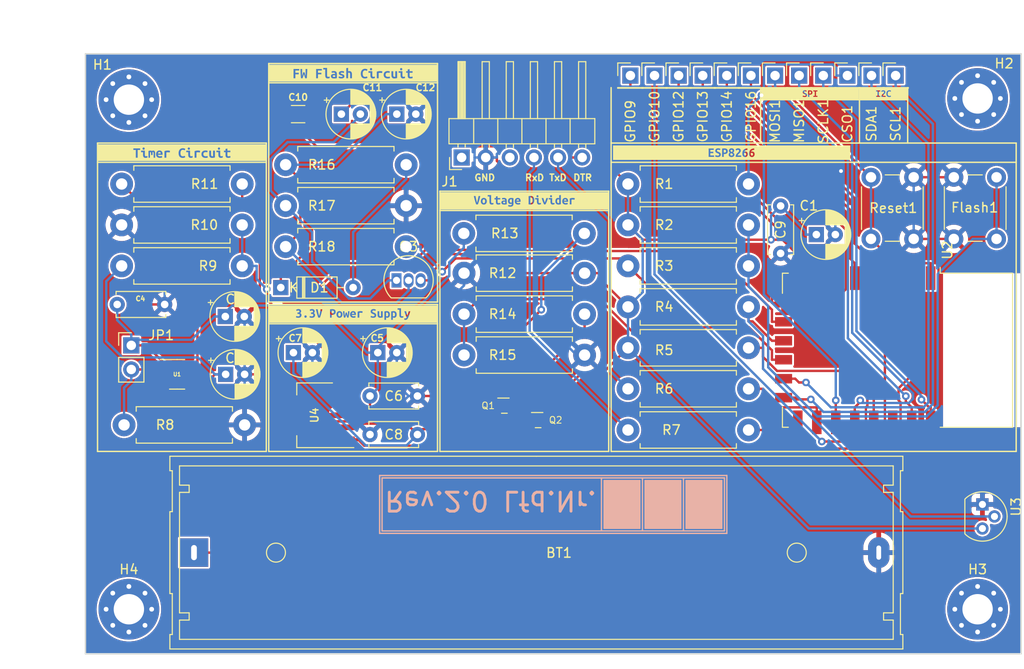
<source format=kicad_pcb>
(kicad_pcb (version 20221018) (generator pcbnew)
  (layers (0 "F.Cu" signal) (31 "B.Cu" signal) (34 "B.Paste" user) (35 "F.Paste" user) (36 "B.SilkS" user "B.Silkscreen") (37 "F.SilkS" user "F.Silkscreen") (38 "B.Mask" user) (39 "F.Mask" user) (44 "Edge.Cuts" user))
  (net 0 "")
  (net 1 "GND")
  (net 2 "+3V3")
  (net 5 "+4V")
  (net 6 "Net-(U1-DONE)")
  (net 7 "DTR")
  (net 8 "RESET")
  (net 9 "Net-(Flash1-Pad1)")
  (net 10 "Net-(Q1-D)")
  (net 11 "Net-(Q2-D)")
  (net 12 "Net-(CSO1-Pin_1)")
  (net 13 "/TxD")
  (net 14 "Net-(U2-CH_PD)")
  (net 15 "Net-(U2-TXD)")
  (net 16 "Net-(U2-RXD)")
  (net 17 "DONE")
  (net 18 "Net-(U1-~{DRV})")
  (net 19 "DRIVE")
  (net 20 "BAT_DIV")
  (net 21 "Net-(GPIO9-Pin_1)")
  (net 22 "Net-(GPIO10-Pin_1)")
  (net 23 "Net-(GPIO12-Pin_1)")
  (net 24 "Net-(GPIO13-Pin_1)")
  (net 25 "Net-(GPIO14-Pin_1)")
  (net 26 "Net-(GPIO16-Pin_1)")
  (net 27 "Net-(MISO1-Pin_1)")
  (net 28 "Net-(MOSI1-Pin_1)")
  (net 29 "FLASH")
  (net 30 "Net-(U2-GPIO2)")
  (net 31 "Net-(SCL1-Pin_1)")
  (net 33 "/RxD")
  (net 34 "Net-(SCLK1-Pin_1)")
  (net 35 "Net-(SDA1-Pin_1)")
  (net 36 "DELAY")
  (net 37 "Net-(Q3-C)")
  (net 38 "Net-(Q3-B)")
  (net 39 "Net-(D1-A)")
  (footprint "Resistor_THT:R_Axial_DIN0411_L9.9mm_D3.6mm_P12.70mm_Horizontal" (layer "F.Cu") (at 133.35 107.7214)
    (fp_text reference "R7")
    (fp_text value "1k")
  )
  (footprint "Resistor_THT:R_Axial_DIN0411_L9.9mm_D3.6mm_P12.70mm_Horizontal" (layer "F.Cu") (at 133.35 103.378)
    (fp_text reference "R6")
    (fp_text value "1k")
  )
  (footprint "Resistor_THT:R_Axial_DIN0411_L9.9mm_D3.6mm_P12.70mm_Horizontal" (layer "F.Cu") (at 133.35 81.788)
    (fp_text reference "R1")
    (fp_text value "10k")
  )
  (footprint "Resistor_THT:R_Axial_DIN0411_L9.9mm_D3.6mm_P12.70mm_Horizontal" (layer "F.Cu") (at 133.35 86.106)
    (fp_text reference "R2")
    (fp_text value "10k")
  )
  (footprint "Resistor_THT:R_Axial_DIN0411_L9.9mm_D3.6mm_P12.70mm_Horizontal" (layer "F.Cu") (at 133.35 94.742)
    (fp_text reference "R4")
    (fp_text value "4,7k")
  )
  (footprint "RF_Module:ESP-12E" (layer "F.Cu") (at 161.74 99.314 -90)
    (fp_text reference "U2")
    (fp_text value "ESP-12E")
  )
  (footprint "Package_TO_SOT_THT:TO-92" (layer "F.Cu") (at 170.688 115.57 -90)
    (fp_text reference "U3")
    (fp_text value "DS18B20" hide)
  )
  (footprint "Button_Switch_THT:SW_PUSH_6mm" (layer "F.Cu") (at 158.949 87.5768 90)
    (fp_text reference "Reset1")
    (fp_text value "Reset")
  )
  (footprint "18650:18650_small" (layer "F.Cu") (at 123.698 120.65)
    (fp_text reference "BT1")
    (fp_text value "18650")
  )
  (footprint "Button_Switch_THT:SW_PUSH_6mm" (layer "F.Cu") (at 172.176 81.078 -90)
    (fp_text reference "Flash1")
    (fp_text value "Flash")
  )
  (footprint "Resistor_THT:R_Axial_DIN0411_L9.9mm_D3.6mm_P12.70mm_Horizontal" (layer "F.Cu") (at 133.35 90.424)
    (fp_text reference "R3")
    (fp_text value "10k")
  )
  (footprint "Package_TO_SOT_SMD:SOT-723" (layer "F.Cu") (at 120.329 105.156)
    (fp_text reference "Q1")
    (fp_text value "RUM001L02T2CL")
  )
  (footprint "Capacitor_THT:CP_Radial_D5.0mm_P2.00mm" (layer "F.Cu") (at 153.194 87.122)
    (fp_text reference "C1")
    (fp_text value "10uF")
  )
  (footprint "Capacitor_THT:C_Disc_D5.0mm_W2.5mm_P5.00mm" (layer "F.Cu") (at 106.172 104.14)
    (fp_text reference "C6")
    (fp_text value "100nF")
  )
  (footprint "Connector_PinHeader_2.54mm:PinHeader_1x01_P2.54mm_Vertical" (layer "F.Cu") (at 136.144 70.358)
    (fp_text reference "GPIO10")
    (fp_text value "GPIO10")
  )
  (footprint "kibuzzard-659AB4FF" (layer "F.Cu") (at 104.394 70.104)
    (fp_text reference "kibuzzard-659AB4FF" hide)
    (fp_text value "G***" hide)
  )
  (footprint "Resistor_THT:R_Axial_DIN0411_L9.9mm_D3.6mm_P12.70mm_Horizontal" (layer "F.Cu") (at 80.01 86.106)
    (fp_text reference "R10")
    (fp_text value "10k")
  )
  (footprint "Connector_PinHeader_2.54mm:PinHeader_1x01_P2.54mm_Vertical" (layer "F.Cu") (at 151.384 70.358)
    (fp_text reference "MISO1")
    (fp_text value "MISO")
  )
  (footprint "Package_TO_SOT_SMD:SOT-723" (layer "F.Cu") (at 123.885 106.68)
    (fp_text reference "Q2")
    (fp_text value "RZM001P02T2L")
  )
  (footprint "Package_TO_SOT_SMD:SOT-23-6" (layer "F.Cu") (at 85.852 101.854)
    (fp_text reference "U1")
    (fp_text value "TPL5111")
  )
  (footprint "Resistor_THT:R_Axial_DIN0411_L9.9mm_D3.6mm_P12.70mm_Horizontal" (layer "F.Cu") (at 97.282 84.074)
    (fp_text reference "R17")
    (fp_text value "100")
  )
  (footprint "Package_TO_SOT_THT:TO-92_Inline" (layer "F.Cu") (at 108.966 91.948)
    (fp_text reference "Q3")
    (fp_text value "BC327")
  )
  (footprint "Diode_THT:D_DO-35_SOD27_P7.62mm_Horizontal" (layer "F.Cu") (at 96.774 92.71)
    (fp_text reference "D1")
    (fp_text value "BAT85")
  )
  (footprint "Connector_PinHeader_2.54mm:PinHeader_1x01_P2.54mm_Vertical" (layer "F.Cu") (at 161.544 70.358)
    (fp_text reference "SCL1")
    (fp_text value "SCL")
  )
  (footprint "Resistor_THT:R_Axial_DIN0411_L9.9mm_D3.6mm_P12.70mm_Horizontal" (layer "F.Cu") (at 80.01 90.424)
    (fp_text reference "R9")
    (fp_text value "10k")
  )
  (footprint "kibuzzard-65989BDF" (layer "F.Cu") (at 160.274 72.263)
    (fp_text reference "kibuzzard-65989BDF" hide)
    (fp_text value "G***" hide)
  )
  (footprint "MountingHole:MountingHole_3.2mm_M3_Pad_Via" (layer "F.Cu") (at 80.772 72.898)
    (fp_text reference "H1")
    (fp_text value "MountingHole")
  )
  (footprint "kibuzzard-65989638" (layer "F.Cu") (at 152.527 72.263)
    (fp_text reference "kibuzzard-65989638" hide)
    (fp_text value "G***" hide)
  )
  (footprint "kibuzzard-65989978" (layer "F.Cu") (at 86.36 78.486)
    (fp_text reference "kibuzzard-65989978" hide)
    (fp_text value "G***" hide)
  )
  (footprint "Connector_PinHeader_2.54mm:PinHeader_1x01_P2.54mm_Vertical" (layer "F.Cu") (at 143.764 70.358)
    (fp_text reference "GPIO14")
    (fp_text value "GPIO14")
  )
  (footprint "Capacitor_THT:CP_Radial_D5.0mm_P2.00mm" (layer "F.Cu") (at 103.156 74.422)
    (fp_text reference "C11")
    (fp_text value "10uF")
  )
  (footprint "Package_TO_SOT_SMD:SOT-223-6" (layer "F.Cu") (at 100.33 106.172 180)
    (fp_text reference "U4")
    (fp_text value "TPS73733DCQR")
  )
  (footprint "Capacitor_THT:C_Disc_D5.0mm_W2.5mm_P5.00mm" (layer "F.Cu") (at 149.4282 84.1032 -90)
    (fp_text reference "C9")
    (fp_text value "100nF")
  )
  (footprint "Connector_PinHeader_2.54mm:PinHeader_1x06_P2.54mm_Horizontal" (layer "F.Cu") (at 115.824 78.994 90)
    (fp_text reference "J1")
    (fp_text value "J1")
  )
  (footprint "Capacitor_THT:CP_Radial_D5.0mm_P2.00mm" (layer "F.Cu") (at 98.1049 99.568)
    (fp_text reference "C7")
    (fp_text value "10uF")
  )
  (footprint "Resistor_THT:R_Axial_DIN0411_L9.9mm_D3.6mm_P12.70mm_Horizontal" (layer "F.Cu") (at 128.778 99.822 180)
    (fp_text reference "R15")
    (fp_text value "10k")
  )
  (footprint "Resistor_THT:R_Axial_DIN0411_L9.9mm_D3.6mm_P12.70mm_Horizontal" (layer "F.Cu") (at 97.282 88.392)
    (fp_text reference "R18")
    (fp_text value "10k")
  )
  (footprint "Capacitor_SMD:C_1206_3216Metric" (layer "F.Cu") (at 98.601 74.422)
    (fp_text reference "C10")
    (fp_text value "10uF")
  )
  (footprint "kibuzzard-65989B2E" (layer "F.Cu") (at 104.394 95.504)
    (fp_text reference "kibuzzard-65989B2E" hide)
    (fp_text value "G***" hide)
  )
  (footprint "Connector_PinHeader_2.54mm:PinHeader_1x01_P2.54mm_Vertical" (layer "F.Cu") (at 141.224 70.358)
    (fp_text reference "GPIO13")
    (fp_text value "GPIO13")
  )
  (footprint "Capacitor_THT:CP_Radial_D5.0mm_P2.00mm" (layer "F.Cu") (at 106.9949 99.568)
    (fp_text reference "C5")
    (fp_text value "10uF")
  )
  (footprint "Connector_PinHeader_2.54mm:PinHeader_1x01_P2.54mm_Vertical" (layer "F.Cu") (at 159.004 70.358)
    (fp_text reference "SDA1")
    (fp_text value "SDA")
  )
  (footprint "Connector_PinHeader_2.54mm:PinHeader_1x01_P2.54mm_Vertical" (layer "F.Cu") (at 156.464 70.358)
    (fp_text reference "CSO1")
    (fp_text value "CSO")
  )
  (footprint "Resistor_THT:R_Axial_DIN0411_L9.9mm_D3.6mm_P12.70mm_Horizontal" (layer "F.Cu") (at 116.078 91.186)
    (fp_text reference "R12")
    (fp_text value "10k")
  )
  (footprint "Resistor_THT:R_Axial_DIN0411_L9.9mm_D3.6mm_P12.70mm_Horizontal" (layer "F.Cu") (at 133.35 99.06)
    (fp_text reference "R5")
    (fp_text value "10k")
  )
  (footprint "kibuzzard-65991234" (layer "F.Cu") (at 144.272 78.486)
    (fp_text reference "kibuzzard-65991234" hide)
    (fp_text value "G***" hide)
  )
  (footprint "Capacitor_THT:CP_Radial_D5.0mm_P2.00mm" (layer "F.Cu") (at 90.932 95.758)
    (fp_text reference "C3")
    (fp_text value "10uF")
  )
  (footprint "Resistor_THT:R_Axial_DIN0411_L9.9mm_D3.6mm_P12.70mm_Horizontal" (layer "F.Cu") (at 97.282 79.756)
    (fp_text reference "R16")
    (fp_text value "100")
  )
  (footprint "Resistor_THT:R_Axial_DIN0411_L9.9mm_D3.6mm_P12.70mm_Horizontal" (layer "F.Cu") (at 128.7526 86.995 180)
    (fp_text reference "R13")
    (fp_text value "10k")
  )
  (footprint "Capacitor_THT:C_Disc_D5.0mm_W2.5mm_P5.00mm" (layer "F.Cu") (at 79.542 94.488)
    (fp_text reference "C4")
    (fp_text value "100nF")
  )
  (footprint "Connector_PinHeader_2.54mm:PinHeader_1x01_P2.54mm_Vertical" (layer "F.Cu") (at 138.684 70.358)
    (fp_text reference "GPIO12")
    (fp_text value "GPIO12")
  )
  (footprint "Connector_PinHeader_2.54mm:PinHeader_1x01_P2.54mm_Vertical" (layer "F.Cu") (at 146.304 70.358)
    (fp_text reference "GPIO16")
    (fp_text value "GPIO16")
  )
  (footprint "MountingHole:MountingHole_3.2mm_M3_Pad_Via" (layer "F.Cu") (at 80.772 126.619)
    (fp_text reference "H4")
    (fp_text value "MountingHole")
  )
  (footprint "kibuzzard-65989B49" (layer "F.Cu") (at 122.428 83.566)
    (fp_text reference "kibuzzard-65989B49" hide)
    (fp_text value "G***" hide)
  )
  (footprint "Capacitor_THT:CP_Radial_D5.0mm_P2.00mm" (layer "F.Cu") (at 108.998 74.422)
    (fp_text reference "C12")
    (fp_text value "10uF")
  )
  (footprint "Resistor_THT:R_Axial_DIN0411_L9.9mm_D3.6mm_P12.70mm_Horizontal" (layer "F.Cu") (at 80.01 81.788)
    (fp_text reference "R11")
    (fp_text value "10k")
  )
  (footprint "Capacitor_THT:C_Disc_D5.0mm_W2.5mm_P5.00mm" (layer "F.Cu") (at 111.172 108.204 180)
    (fp_text reference "C8")
    (fp_text value "100nF")
  )
  (footprint "Resistor_THT:R_Axial_DIN0411_L9.9mm_D3.6mm_P12.70mm_Horizontal" (layer "F.Cu") (at 116.078 95.504)
    (fp_text reference "R14")
    (fp_text value "49.9k")
  )
  (footprint "Connector_PinHeader_2.54mm:PinHeader_1x01_P2.54mm_Vertical" (layer "F.Cu") (at 133.604 70.358)
    (fp_text reference "GPIO9")
    (fp_text value "GPIO9")
  )
  (footprint "Connector_PinHeader_2.54mm:PinHeader_1x01_P2.54mm_Vertical" (layer "F.Cu") (at 153.924 70.358)
    (fp_text reference "SCLK1")
    (fp_text value "SCLK")
  )
  (footprint "MountingHole:MountingHole_3.2mm_M3_Pad_Via" (layer "F.Cu") (at 170.18 72.771)
    (fp_text reference "H2")
    (fp_text value "MountingHole")
  )
  (footprint "MountingHole:MountingHole_3.2mm_M3_Pad_Via" (layer "F.Cu") (at 170.18 126.619)
    (fp_text reference "H3")
    (fp_text value "MountingHole")
  )
  (footprint "Connector_PinHeader_2.54mm:PinHeader_1x02_P2.54mm_Vertical" (layer "F.Cu") (at 81.026 98.801)
    (fp_text reference "JP1")
    (fp_text value "JP1")
  )
  (footprint "Capacitor_THT:CP_Radial_D5.0mm_P2.00mm" (layer "F.Cu") (at 90.964 101.854)
    (fp_text reference "C2")
    (fp_text value "10uF")
  )
  (footprint "Resistor_THT:R_Axial_DIN0411_L9.9mm_D3.6mm_P12.70mm_Horizontal" (layer "F.Cu") (at 80.264 107.188)
    (fp_text reference "R8")
    (fp_text value "42k")
  )
  (footprint "Connector_PinHeader_2.54mm:PinHeader_1x01_P2.54mm_Vertical" (layer "F.Cu") (at 148.844 70.358)
    (fp_text reference "MOSI1")
    (fp_text value "MOSI")
  )
  (gr_line (start 107.442 112.776) (end 107.442 118.364) (stroke (width 0.15)) (layer "B.SilkS"))
  (gr_poly (pts (xy 138.938 113.03) (xy 135.128 113.03) (xy 135.128 118.11) (xy 138.938 118.11)) (stroke (width 0.1)) (fill solid) (layer "B.SilkS"))
  (gr_poly (pts (xy 143.256 113.03) (xy 139.446 113.03) (xy 139.446 118.11) (xy 143.256 118.11)) (stroke (width 0.1)) (fill solid) (layer "B.SilkS"))
  (gr_line (start 143.764 118.618) (end 107.188 118.618) (stroke (width 0.15)) (layer "B.SilkS"))
  (gr_line (start 143.764 112.522) (end 143.764 118.618) (stroke (width 0.15)) (layer "B.SilkS"))
  (gr_line (start 107.188 118.618) (end 107.188 112.522) (stroke (width 0.15)) (layer "B.SilkS"))
  (gr_line (start 134.874 118.364) (end 134.874 112.776) (stroke (width 0.15)) (layer "B.SilkS"))
  (gr_line (start 143.51 112.776) (end 107.442 112.776) (stroke (width 0.15)) (layer "B.SilkS"))
  (gr_poly (pts (xy 134.62 113.03) (xy 130.81 113.03) (xy 130.81 118.11) (xy 134.62 118.11)) (stroke (width 0.1)) (fill solid) (layer "B.SilkS"))
  (gr_line (start 107.442 118.364) (end 143.51 118.364) (stroke (width 0.15)) (layer "B.SilkS"))
  (gr_line (start 107.188 112.522) (end 143.764 112.522) (stroke (width 0.15)) (layer "B.SilkS"))
  (gr_line (start 143.51 118.364) (end 143.51 112.776) (stroke (width 0.15)) (layer "B.SilkS"))
  (gr_line (start 130.556 118.364) (end 130.556 112.776) (stroke (width 0.15)) (layer "B.SilkS"))
  (gr_line (start 139.192 118.364) (end 139.192 112.776) (stroke (width 0.15)) (layer "B.SilkS"))
  (gr_line (start 174.244 79.502) (end 131.572 79.502) (stroke (width 0.15)) (layer "F.SilkS"))
  (gr_line (start 95.25 79.502) (end 77.47 79.502) (stroke (width 0.15)) (layer "F.SilkS"))
  (gr_line (start 113.284 71.12) (end 95.504 71.12) (stroke (width 0.15)) (layer "F.SilkS"))
  (gr_line (start 131.318 82.55) (end 113.538 82.55) (stroke (width 0.15)) (layer "F.SilkS"))
  (gr_line (start 147.32 72.898) (end 162.814 72.898) (stroke (width 0.15)) (layer "F.SilkS"))
  (gr_line (start 157.734 71.628) (end 157.734 77.47) (stroke (width 0.15)) (layer "F.SilkS"))
  (gr_line (start 131.572 77.47) (end 131.572 109.982) (stroke (width 0.15)) (layer "F.SilkS"))
  (gr_line (start 77.47 77.47) (end 77.47 109.982) (stroke (width 0.15)) (layer "F.SilkS"))
  (gr_line (start 113.538 109.982) (end 131.318 109.982) (stroke (width 0.15)) (layer "F.SilkS"))
  (gr_line (start 113.284 94.234) (end 113.284 69.088) (stroke (width 0.15)) (layer "F.SilkS"))
  (gr_line (start 131.572 109.982) (end 174.244 109.982) (stroke (width 0.15)) (layer "F.SilkS"))
  (gr_line (start 77.47 109.982) (end 95.25 109.982) (stroke (width 0.15)) (layer "F.SilkS"))
  (gr_line (start 95.504 109.982) (end 113.284 109.982) (stroke (width 0.15)) (layer "F.SilkS"))
  (gr_line (start 95.504 94.488) (end 95.504 109.982) (stroke (width 0.15)) (layer "F.SilkS"))
  (gr_line (start 113.284 69.088) (end 95.504 69.088) (stroke (width 0.15)) (layer "F.SilkS"))
  (gr_line (start 113.284 109.982) (end 113.284 94.488) (stroke (width 0.15)) (layer "F.SilkS"))
  (gr_line (start 113.284 94.488) (end 95.504 94.488) (stroke (width 0.15)) (layer "F.SilkS"))
  (gr_line (start 113.284 94.234) (end 95.504 94.234) (stroke (width 0.15)) (layer "F.SilkS"))
  (gr_line (start 113.284 96.52) (end 95.504 96.52) (stroke (width 0.15)) (layer "F.SilkS"))
  (gr_line (start 162.814 71.628) (end 162.814 77.47) (stroke (width 0.15)) (layer "F.SilkS"))
  (gr_line (start 131.572 71.628) (end 131.572 77.47) (stroke (width 0.15)) (layer "F.SilkS"))
  (gr_line (start 174.244 109.982) (end 174.244 77.47) (stroke (width 0.15)) (layer "F.SilkS"))
  (gr_line (start 147.32 71.6534) (end 147.32 77.47) (stroke (width 0.15)) (layer "F.SilkS"))
  (gr_line (start 95.25 77.47) (end 77.47 77.47) (stroke (width 0.15)) (layer "F.SilkS"))
  (gr_line (start 174.244 77.47) (end 131.572 77.47) (stroke (width 0.15)) (layer "F.SilkS"))
  (gr_line (start 113.538 82.55) (end 113.538 109.982) (stroke (width 0.15)) (layer "F.SilkS"))
  (gr_line (start 131.318 84.582) (end 113.538 84.582) (stroke (width 0.15)) (layer "F.SilkS"))
  (gr_line (start 95.504 94.234) (end 95.504 69.088) (stroke (width 0.15)) (layer "F.SilkS"))
  (gr_line (start 131.318 109.982) (end 131.318 82.55) (stroke (width 0.15)) (layer "F.SilkS"))
  (gr_line (start 95.25 109.982) (end 95.25 77.47) (stroke (width 0.15)) (layer "F.SilkS"))
  (gr_line (start 76.2 131.318) (end 76.2 68.072) (stroke (width 0.15)) (layer "Edge.Cuts"))
  (gr_line (start 174.752 131.318) (end 174.752 68.072) (stroke (width 0.15)) (layer "Edge.Cuts"))
  (gr_line (start 174.752 68.072) (end 76.2 68.072) (stroke (width 0.15)) (layer "Edge.Cuts"))
  (gr_line (start 76.2 131.318) (end 174.752 131.318) (stroke (width 0.15)) (layer "Edge.Cuts"))
  (gr_text "Rev.2.0 Lfd.Nr." (at 118.872 115.189 180) (layer "B.SilkS") (effects (font (size 2 2) (thickness 0.3)) (justify mirror)))
  (gr_text "TxD" (at 124.968 81.534) (layer "F.SilkS") (effects (font (size 0.7 0.7)) (justify left bottom)))
  (gr_text "RxD" (at 122.428 81.534) (layer "F.SilkS") (effects (font (size 0.7 0.7)) (justify left bottom)))
  (gr_text "GND" (at 117.094 81.534) (layer "F.SilkS") (effects (font (size 0.7 0.7)) (justify left bottom)))
  (gr_text "DTR" (at 127.508 81.534) (layer "F.SilkS") (effects (font (size 0.7 0.7)) (justify left bottom)))
  (segment (start 120.3043 105.556) (end 120.3043 104.4139) (width 0.25) (layer "F.Cu") (net 1))
  (segment (start 97.9597 101.854) (end 92.964 101.854) (width 0.25) (layer "F.Cu") (net 1))
  (segment (start 103.4675 106.172) (end 100.6181 106.172) (width 0.25) (layer "F.Cu") (net 1))
  (segment (start 85.1537 101.854) (end 84.7145 101.854) (width 0.25) (layer "F.Cu") (net 1))
  (segment (start 119.754 105.556) (end 120.3043 105.556) (width 0.25) (layer "F.Cu") (net 1))
  (segment (start 120.3472 80.1693) (end 119.5393 79.3614) (width 0.25) (layer "F.Cu") (net 1))
  (segment (start 92.964 107.188) (end 94.4893 107.188) (width 0.25) (layer "F.Cu") (net 1))
  (segment (start 163.4502 81.078) (end 163.449 81.0768) (width 0.25) (layer "F.Cu") (net 1))
  (segment (start 100.076 74.422) (end 101.2014 75.5474) (width 0.25) (layer "F.Cu") (net 1))
  (segment (start 79.9575 99.9764) (end 79.8506 99.8695) (width 0.25) (layer "F.Cu") (net 1))
  (segment (start 167.676 81.078) (end 163.4502 81.078) (width 0.25) (layer "F.Cu") (net 1))
  (segment (start 100.6181 106.172) (end 98.5678 108.2223) (width 0.25) (layer "F.Cu") (net 1))
  (segment (start 100.1049 99.568) (end 100.1049 99.7088) (width 0.25) (layer "F.Cu") (net 1))
  (segment (start 119.5393 79.3614) (end 119.5393 78.994) (width 0.25) (layer "F.Cu") (net 1))
  (segment (start 164.6327 120.65) (end 169.7127 115.57) (width 0.25) (layer "F.Cu") (net 1))
  (segment (start 83.136 94.488) (end 84.542 94.488) (width 0.25) (layer "F.Cu") (net 1))
  (segment (start 159.766 120.65) (end 164.6327 120.65) (width 0.25) (layer "F.Cu") (net 1))
  (segment (start 149.4282 89.1032) (end 148.5147 90.0167) (width 0.25) (layer "F.Cu") (net 1))
  (segment (start 133.3794 88.4036) (end 125.1451 80.1693) (width 0.25) (layer "F.Cu") (net 1))
  (segment (start 118.364 78.994) (end 119.5393 78.994) (width 0.25) (layer "F.Cu") (net 1))
  (segment (start 101.2014 75.5474) (end 109.998 75.5474) (width 0.25) (layer "F.Cu") (net 1))
  (segment (start 148.5147 90.0167) (end 148.5147 94.314) (width 0.25) (layer "F.Cu") (net 1))
  (segment (start 85.7646 102.4649) (end 85.1537 101.854) (width 0.25) (layer "F.Cu") (net 1))
  (segment (start 97.1675 108.2223) (end 95.5236 108.2223) (width 0.25) (layer "F.Cu") (net 1))
  (segment (start 148.5147 90.0167) (end 146.9016 88.4036) (width 0.25) (layer "F.Cu") (net 1))
  (segment (start 170.688 115.57) (end 169.7127 115.57) (width 0.25) (layer "F.Cu") (net 1))
  (segment (start 79.8506 97.7734) (end 83.136 94.488) (width 0.25) (layer "F.Cu") (net 1))
  (segment (start 85.7646 102.9553) (end 85.7646 102.4649) (width 0.25) (layer "F.Cu") (net 1))
  (segment (start 92.964 107.188) (end 89.9973 107.188) (width 0.25) (layer "F.Cu") (net 1))
  (segment (start 95.5236 108.2223) (end 94.4893 107.188) (width 0.25) (layer "F.Cu") (net 1))
  (segment (start 109.998 75.5474) (end 110.998 74.5474) (width 0.25) (layer "F.Cu") (net 1))
  (segment (start 89.9973 107.188) (end 85.7646 102.9553) (width 0.25) (layer "F.Cu") (net 1))
  (segment (start 163.449 81.0768) (end 162.1236 82.4022) (width 0.25) (layer "F.Cu") (net 1))
  (segment (start 100.1049 99.7088) (end 97.9597 101.854) (width 0.25) (layer "F.Cu") (net 1))
  (segment (start 84.7145 101.854) (end 83.4392 101.854) (width 0.25) (layer "F.Cu") (net 1))
  (segment (start 97.1675 106.172) (end 97.1675 108.2223) (width 0.25) (layer "F.Cu") (net 1))
  (segment (start 125.1451 80.1693) (end 120.3472 80.1693) (width 0.25) (layer "F.Cu") (net 1))
  (segment (start 98.5678 108.2223) (end 97.1675 108.2223) (width 0.25) (layer "F.Cu") (net 1))
  (segment (start 120.0304 104.14) (end 111.172 104.14) (width 0.25) (layer "F.Cu") (net 1))
  (segment (start 162.1236 82.4022) (end 157.7686 82.4022) (width 0.25) (layer "F.Cu") (net 1))
  (segment (start 79.8506 99.8695) (end 79.8506 97.7734) (width 0.25) (layer "F.Cu") (net 1))
  (segment (start 83.4392 101.854) (end 81.5616 99.9764) (width 0.25) (layer "F.Cu") (net 1))
  (segment (start 110.998 74.5474) (end 110.998 74.422) (width 0.25) (layer "F.Cu") (net 1))
  (segment (start 149.74 94.314) (end 148.5147 94.314) (width 0.25) (layer "F.Cu") (net 1))
  (segment (start 167.676 87.578) (end 163.4502 87.578) (width 0.25) (layer "F.Cu") (net 1))
  (segment (start 81.5616 99.9764) (end 79.9575 99.9764) (width 0.25) (layer "F.Cu") (net 1))
  (segment (start 146.9016 88.4036) (end 133.3794 88.4036) (width 0.25) (layer "F.Cu") (net 1))
  (segment (start 163.4502 87.578) (end 163.449 87.5768) (width 0.25) (layer "F.Cu") (net 1))
  (segment (start 120.3043 104.4139) (end 120.0304 104.14) (width 0.25) (layer "F.Cu") (net 1))
  (segment (start 157.7686 82.4022) (end 155.7909 80.4245) (width 0.25) (layer "F.Cu") (net 1))
  (via (at 155.7909 80.4245) (size 0.8) (drill 0.4) (layers "F.Cu" "B.Cu") (net 1))
  (segment (start 170.688 115.57) (end 170.688 114.5947) (width 0.25) (layer "B.Cu") (net 1))
  (segment (start 112.3534 75.7774) (end 112.3534 77.7743) (width 0.25) (layer "B.Cu") (net 1))
  (segment (start 92.932 95.758) (end 92.964 95.79) (width 0.25) (layer "B.Cu") (net 1))
  (segment (start 92.964 101.854) (end 92.964 107.188) (width 0.25) (layer "B.Cu") (net 1))
  (segment (start 110.236 104.14) (end 108.9949 102.8989) (width 0.25) (layer "B.Cu") (net 1))
  (segment (start 117.1887 78.994) (end 117.1887 78.186) (width 0.25) (layer "B.Cu") (net 1))
  (segment (start 117.6278 89.6362) (end 117.6278 86.4129) (width 0.25) (layer "B.Cu") (net 1))
  (segment (start 155.194 87.2603) (end 155.194 87.122) (width 0.25) (layer "B.Cu") (net 1))
  (segment (start 108.9949 102.8989) (end 108.9949 99.568) (width 0.25) (layer "B.Cu") (net 1))
  (segment (start 155.194 81.0214) (end 155.194 87.122) (width 0.25) (layer "B.Cu") (net 1))
  (segment (start 169.0334 79.7206) (end 167.676 81.078) (width 0.25) (layer "B.Cu") (net 1))
  (segment (start 149.4282 89.1032) (end 153.3511 89.1032) (width 0.25) (layer "B.Cu") (net 1))
  (segment (start 116.777 77.7743) (end 112.3534 77.7743) (width 0.25) (layer "B.Cu") (net 1))
  (segment (start 92.964 95.79) (end 92.964 101.854) (width 0.25) (layer "B.Cu") (net 1))
  (segment (start 123.444 91.0522) (end 124.6273 89.8689) (width 0.25) (layer "B.Cu") (net 1))
  (segment (start 124.6273 89.8689) (end 124.6273 78.5003) (width 0.25) (layer "B.Cu") (net 1))
  (segment (start 108.9949 99.568) (end 116.078 92.4849) (width 0.25) (layer "B.Cu") (net 1))
  (segment (start 163.449 81.0768) (end 163.449 87.5768) (width 0.25) (layer "B.Cu") (net 1))
  (segment (start 100.1049 102.1369) (end 100.1049 99.568) (width 0.25) (layer "B.Cu") (net 1))
  (segment (start 120.3472 77.8187) (end 119.5393 78.6266) (width 0.25) (layer "B.Cu") (net 1))
  (segment (start 170.688 114.5947) (end 174.1946 111.0881) (width 0.25) (layer "B.Cu") (net 1))
  (segment (start 110.998 74.422) (end 112.3534 75.7774) (width 0.25) (layer "B.Cu") (net 1))
  (segment (start 112.3534 77.7743) (end 112.3534 80.1773) (width 0.25) (layer "B.Cu") (net 1))
  (segment (start 174.1946 111.0881) (end 174.1946 81.1936) (width 0.25) (layer "B.Cu") (net 1))
  (segment (start 116.078 92.4849) (end 116.078 91.186) (width 0.25) (layer "B.Cu") (net 1))
  (segment (start 117.6278 86.4129) (end 117.1887 85.9738) (width 0.25) (layer "B.Cu") (net 1))
  (segment (start 172.7216 79.7206) (end 169.0334 79.7206) (width 0.25) (layer "B.Cu") (net 1))
  (segment (start 117.1887 78.186) (end 116.777 77.7743) (width 0.25) (layer "B.Cu") (net 1))
  (segment (start 123.444 95.3344) (end 123.444 91.0522) (width 0.25) (layer "B.Cu") (net 1))
  (segment (start 124.6273 78.5003) (end 123.9457 77.8187) (width 0.25) (layer "B.Cu") (net 1))
  (segment (start 112.3534 80.1773) (end 109.982 82.5487) (width 0.25) (layer "B.Cu") (net 1))
  (segment (start 119.5393 78.6266) (end 119.5393 78.994) (width 0.25) (layer "B.Cu") (net 1))
  (segment (start 118.364 78.994) (end 119.5393 78.994) (width 0.25) (layer "B.Cu") (net 1))
  (segment (start 123.9457 77.8187) (end 120.3472 77.8187) (width 0.25) (layer "B.Cu") (net 1))
  (segment (start 127.9316 99.822) (end 123.444 95.3344) (width 0.25) (layer "B.Cu") (net 1))
  (segment (start 110.236 104.14) (end 111.172 104.14) (width 0.25) (layer "B.Cu") (net 1))
  (segment (start 84.542 90.638) (end 80.01 86.106) (width 0.25) (layer "B.Cu") (net 1))
  (segment (start 128.778 99.822) (end 127.9316 99.822) (width 0.25) (layer "B.Cu") (net 1))
  (segment (start 109.982 84.074) (end 109.982 82.5487) (width 0.25) (layer "B.Cu") (net 1))
  (segment (start 106.172 108.204) (end 110.236 104.14) (width 0.25) (layer "B.Cu") (net 1))
  (segment (start 116.078 91.186) (end 117.6278 89.6362) (width 0.25) (layer "B.Cu") (net 1))
  (segment (start 84.542 94.488) (end 84.542 90.638) (width 0.25) (layer "B.Cu") (net 1))
  (segment (start 117.1887 85.9738) (end 117.1887 78.994) (width 0.25) (layer "B.Cu") (net 1))
  (segment (start 153.3511 89.1032) (end 155.194 87.2603) (width 0.25) (layer "B.Cu") (net 1))
  (segment (start 174.1946 81.1936) (end 172.7216 79.7206) (width 0.25) (layer "B.Cu") (net 1))
  (segment (start 106.172 108.204) (end 100.1049 102.1369) (width 0.25) (layer "B.Cu") (net 1))
  (segment (start 155.7909 80.4245) (end 155.194 81.0214) (width 0.25) (layer "B.Cu") (net 1))
  (segment (start 118.364 78.994) (end 117.1887 78.994) (width 0.25) (layer "B.Cu") (net 1))
  (segment (start 119.754 104.756) (end 119.2037 104.756) (width 0.25) (layer "F.Cu") (net 2))
  (segment (start 119.2037 107.6298) (end 123.6457 107.6298) (width 0.25) (layer "F.Cu") (net 2))
  (segment (start 115.1815 89.6352) (end 117.153 89.6352) (width 0.25) (layer "F.Cu") (net 2))
  (segment (start 151.24 90.1387) (end 151.24 89.2746) (width 0.25) (layer "F.Cu") (net 2))
  (segment (start 103.4675 107.442) (end 104.8928 107.442) (width 0.25) (layer "F.Cu") (net 2))
  (segment (start 133.35 86.106) (end 134.9083 87.6643) (width 0.25) (layer "F.Cu") (net 2))
  (segment (start 104.8928 107.442) (end 105.2791 107.0557) (width 0.25) (layer "F.Cu") (net 2))
  (segment (start 123.6457 107.6298) (end 123.8604 107.4151) (width 0.25) (layer "F.Cu") (net 2))
  (segment (start 128.778 91.186) (end 130.3033 91.186) (width 0.25) (layer "F.Cu") (net 2))
  (segment (start 118.7038 91.186) (end 128.778 91.186) (width 0.25) (layer "F.Cu") (net 2))
  (segment (start 124.8243 73.2623) (end 133.35 81.788) (width 0.25) (layer "F.Cu") (net 2))
  (segment (start 151.24 91.714) (end 151.24 90.1387) (width 0.25) (layer "F.Cu") (net 2))
  (segment (start 104.3157 73.2623) (end 124.8243 73.2623) (width 0.25) (layer "F.Cu") (net 2))
  (segment (start 134.9083 87.6643) (end 148.4188 87.6643) (width 0.25) (layer "F.Cu") (net 2))
  (segment (start 130.5574 101.8526) (end 133.35 99.06) (width 0.25) (layer "F.Cu") (net 2))
  (segment (start 111.172 108.204) (end 111.7462 107.6298) (width 0.25) (layer "F.Cu") (net 2))
  (segment (start 149.6297 87.6643) (end 148.4188 87.6643) (width 0.25) (layer "F.Cu") (net 2))
  (segment (start 119.2037 107.6298) (end 119.2037 104.756) (width 0.25) (layer "F.Cu") (net 2))
  (segment (start 151.24 89.2746) (end 149.6297 87.6643) (width 0.25) (layer "F.Cu") (net 2))
  (segment (start 123.8604 106.3125) (end 128.3203 101.8526) (width 0.25) (layer "F.Cu") (net 2))
  (segment (start 105.2791 107.0557) (end 110.0237 107.0557) (width 0.25) (layer "F.Cu") (net 2))
  (segment (start 117.153 89.6352) (end 118.7038 91.186) (width 0.25) (layer "F.Cu") (net 2))
  (segment (start 110.0237 107.0557) (end 111.172 108.204) (width 0.25) (layer "F.Cu") (net 2))
  (segment (start 128.3203 101.8526) (end 130.5574 101.8526) (width 0.25) (layer "F.Cu") (net 2))
  (segment (start 130.3033 91.186) (end 130.3033 91.6953) (width 0.25) (layer "F.Cu") (net 2))
  (segment (start 103.156 74.422) (end 104.3157 73.2623) (width 0.25) (layer "F.Cu") (net 2))
  (segment (start 130.3033 91.6953) (end 133.35 94.742) (width 0.25) (layer "F.Cu") (net 2))
  (segment (start 123.8604 107.4151) (end 123.8604 106.3125) (width 0.25) (layer "F.Cu") (net 2))
  (segment (start 113.7812 91.0355) (end 115.1815 89.6352) (width 0.25) (layer "F.Cu") (net 2))
  (segment (start 111.7462 107.6298) (end 119.2037 107.6298) (width 0.25) (layer "F.Cu") (net 2))
  (via (at 148.4188 87.6643) (size 0.8) (drill 0.4) (layers "F.Cu" "B.Cu") (net 2))
  (via (at 113.7812 91.0355) (size 0.8) (drill 0.4) (layers "F.Cu" "B.Cu") (net 2))
  (segment (start 152.0687 86.7437) (end 152.0687 87.122) (width 0.25) (layer "B.Cu") (net 2))
  (segment (start 148.4188 85.1126) (end 148.4188 87.6643) (width 0.25) (layer "B.Cu") (net 2))
  (segment (start 133.35 86.106) (end 134.9014 87.6574) (width 0.25) (layer "B.Cu") (net 2))
  (segment (start 152.4 118.11) (end 133.35 99.06) (width 0.25) (layer "B.Cu") (net 2))
  (segment (start 133.35 94.742) (end 133.35 99.06) (width 0.25) (layer "B.Cu") (net 2))
  (segment (start 134.9014 87.6574) (end 134.9014 93.1906) (width 0.25) (layer "B.Cu") (net 2))
  (segment (start 109.982 88.392) (end 111.5073 88.392) (width 0.25) (layer "B.Cu") (net 2))
  (segment (start 134.9014 93.1906) (end 133.35 94.742) (width 0.25) (layer "B.Cu") (net 2))
  (segment (start 105.714 109.3479) (end 110.0281 109.3479) (width 0.25) (layer "B.Cu") (net 2))
  (segment (start 98.1049 101.7388) (end 105.714 109.3479) (width 0.25) (layer "B.Cu") (net 2))
  (segment (start 110.0281 109.3479) (end 111.172 108.204) (width 0.25) (layer "B.Cu") (net 2))
  (segment (start 133.35 81.788) (end 133.35 86.106) (width 0.25) (layer "B.Cu") (net 2))
  (segment (start 111.5073 88.7616) (end 113.7812 91.0355) (width 0.25) (layer "B.Cu") (net 2))
  (segment (start 149.4282 84.1032) (end 148.4188 85.1126) (width 0.25) (layer "B.Cu") (net 2))
  (segment (start 149.4282 84.1032) (end 152.0687 86.7437) (width 0.25) (layer "B.Cu") (net 2))
  (segment (start 98.1049 99.568) (end 98.1049 101.7388) (width 0.25) (layer "B.Cu") (net 2))
  (segment (start 153.194 87.122) (end 152.0687 87.122) (width 0.25) (layer "B.Cu") (net 2))
  (segment (start 111.5073 88.392) (end 111.5073 88.7616) (width 0.25) (layer "B.Cu") (net 2))
  (segment (start 170.688 118.11) (end 152.4 118.11) (width 0.25) (layer "B.Cu") (net 2))
  (segment (start 103.4675 108.712) (end 104.8928 108.712) (width 0.25) (layer "F.Cu") (net 5))
  (segment (start 104.6831 106.8166) (end 106.172 105.3277) (width 0.25) (layer "F.Cu") (net 5))
  (segment (start 124.46 107.4941) (end 124.46 107.2553) (width 0.25) (layer "F.Cu") (net 5))
  (segment (start 102.0422 106.9515) (end 102.1771 106.8166) (width 0.25) (layer "F.Cu") (net 5))
  (segment (start 105.5563 109.3755) (end 122.5786 109.3755) (width 0.25) (layer "F.Cu") (net 5))
  (segment (start 87.63 120.65) (end 92.9548 120.65) (width 0.25) (layer "F.Cu") (net 5))
  (segment (start 102.1771 106.8166) (end 104.6831 106.8166) (width 0.25) (layer "F.Cu") (net 5))
  (segment (start 106.172 105.3277) (end 106.172 104.14) (width 0.25) (layer "F.Cu") (net 5))
  (segment (start 104.8928 108.712) (end 105.5563 109.3755) (width 0.25) (layer "F.Cu") (net 5))
  (segment (start 82.6115 98.801) (end 81.026 98.801) (width 0.25) (layer "F.Cu") (net 5))
  (segment (start 84.7145 100.904) (end 82.6115 98.801) (width 0.25) (layer "F.Cu") (net 5))
  (segment (start 124.46 106.68) (end 124.46 107.2553) (width 0.25) (layer "F.Cu") (net 5))
  (segment (start 103.4675 108.712) (end 102.0422 108.712) (width 0.25) (layer "F.Cu") (net 5))
  (segment (start 102.0422 108.712) (end 102.0422 106.9515) (width 0.25) (layer "F.Cu") (net 5))
  (segment (start 122.5786 109.3755) (end 124.46 107.4941) (width 0.25) (layer "F.Cu") (net 5))
  (segment (start 86.9895 100.904) (end 84.7145 100.904) (width 0.25) (layer "F.Cu") (net 5))
  (segment (start 92.9548 120.65) (end 104.8928 108.712) (width 0.25) (layer "F.Cu") (net 5))
  (segment (start 106.4323 99.568) (end 105.8696 99.568) (width 0.25) (layer "B.Cu") (net 5))
  (segment (start 106.9949 99.568) (end 106.4323 99.568) (width 0.25) (layer "B.Cu") (net 5))
  (segment (start 81.026 98.2133) (end 87.3514 98.2133) (width 0.25) (layer "B.Cu") (net 5))
  (segment (start 90.932 95.758) (end 90.498 95.758) (width 0.25) (layer "B.Cu") (net 5))
  (segment (start 106.9949 103.3171) (end 106.9949 99.568) (width 0.25) (layer "B.Cu") (net 5))
  (segment (start 79.542 96.1417) (end 79.542 94.488) (width 0.25) (layer "B.Cu") (net 5))
  (segment (start 91.6528 94.6032) (end 100.9048 94.6032) (width 0.25) (layer "B.Cu") (net 5))
  (segment (start 81.026 97.6257) (end 79.542 96.1417) (width 0.25) (layer "B.Cu") (net 5))
  (segment (start 90.498 95.758) (end 91.6528 94.6032) (width 0.25) (layer "B.Cu") (net 5))
  (segment (start 81.026 98.801) (end 81.026 98.2133) (width 0.25) (layer "B.Cu") (net 5))
  (segment (start 81.026 98.2133) (end 81.026 97.6257) (width 0.25) (layer "B.Cu") (net 5))
  (segment (start 116.0526 86.995) (end 116.0526 88.5203) (width 0.25) (layer "B.Cu") (net 5))
  (segment (start 114.5273 90.0456) (end 116.0526 88.5203) (width 0.25) (layer "B.Cu") (net 5))
  (segment (start 114.5273 91.473) (end 114.5273 90.0456) (width 0.25) (layer "B.Cu") (net 5))
  (segment (start 100.9048 94.6032) (end 105.8696 99.568) (width 0.25) (layer "B.Cu") (net 5))
  (segment (start 106.4323 99.568) (end 114.5273 91.473) (width 0.25) (layer "B.Cu") (net 5))
  (segment (start 90.498 95.758) (end 89.8067 95.758) (width 0.25) (layer "B.Cu") (net 5))
  (segment (start 87.3514 98.2133) (end 89.8067 95.758) (width 0.25) (layer "B.Cu") (net 5))
  (segment (start 106.172 104.14) (end 106.9949 103.3171) (width 0.25) (layer "B.Cu") (net 5))
  (segment (start 86.9895 102.804) (end 88.8887 102.804) (width 0.25) (layer "F.Cu") (net 6))
  (segment (start 90.964 101.854) (end 89.8387 101.854) (width 0.25) (layer "F.Cu") (net 6))
  (segment (start 88.8887 102.804) (end 89.8387 101.854) (width 0.25) (layer "F.Cu") (net 6))
  (segment (start 78.3871 92.0469) (end 80.01 90.424) (width 0.25) (layer "B.Cu") (net 6))
  (segment (start 88.0596 100.0749) (end 80.0945 100.0749) (width 0.25) (layer "B.Cu") (net 6))
  (segment (start 89.8387 101.854) (end 88.0596 100.0749) (width 0.25) (layer "B.Cu") (net 6))
  (segment (start 80.0945 100.0749) (end 78.3871 98.3675) (width 0.25) (layer "B.Cu") (net 6))
  (segment (start 90.964 101.854) (end 89.8387 101.854) (width 0.25) (layer "B.Cu") (net 6))
  (segment (start 78.3871 98.3675) (end 78.3871 92.0469) (width 0.25) (layer "B.Cu") (net 6))
  (segment (start 126.5408 77.8187) (end 100.5227 77.8187) (width 0.25) (layer "F.Cu") (net 7))
  (segment (start 100.5227 87.836) (end 96.774 91.5847) (width 0.25) (layer "F.Cu") (net 7))
  (segment (start 100.5227 77.8187) (end 100.5227 87.836) (width 0.25) (layer "F.Cu") (net 7))
  (segment (start 127.3487 78.6266) (end 126.5408 77.8187) (width 0.25) (layer "F.Cu") (net 7))
  (segment (start 127.3487 78.994) (end 127.3487 78.6266) (width 0.25) (layer "F.Cu") (net 7))
  (segment (start 128.524 78.994) (end 127.3487 78.994) (width 0.25) (layer "F.Cu") (net 7))
  (segment (start 100.5227 77.8187) (end 97.126 74.422) (width 0.25) (layer "F.Cu") (net 7))
  (segment (start 96.774 92.71) (end 96.774 91.5847) (width 0.25) (layer "F.Cu") (net 7))
  (segment (start 165.24 91.714) (end 165.24 90.1387) (width 0.25) (layer "F.Cu") (net 8))
  (segment (start 158.949 81.0768) (end 150.311 72.4388) (width 0.25) (layer "F.Cu") (net 8))
  (segment (start 150.311 72.4388) (end 147.4154 72.4388) (width 0.25) (layer "F.Cu") (net 8))
  (segment (start 158.949 87.5768) (end 161.5109 90.1387) (width 0.25) (layer "F.Cu") (net 8))
  (segment (start 161.5109 90.1387) (end 165.24 90.1387) (width 0.25) (layer "F.Cu") (net 8))
  (via (at 147.4154 72.4388) (size 0.8) (drill 0.4) (layers "F.Cu" "B.Cu") (net 8))
  (segment (start 158.949 81.0768) (end 158.949 87.5768) (width 0.25) (layer "B.Cu") (net 8))
  (segment (start 147.4154 72.4388) (end 146.05 73.8042) (width 0.25) (layer "B.Cu") (net 8))
  (segment (start 146.05 73.8042) (end 146.05 81.788) (width 0.25) (layer "B.Cu") (net 8))
  (segment (start 172.176 87.578) (end 172.176 81.078) (width 0.25) (layer "B.Cu") (net 9))
  (segment (start 153.2983 106.2916) (end 148.1189 101.1122) (width 0.25) (layer "B.Cu") (net 9))
  (segment (start 164.7967 106.2916) (end 153.2983 106.2916) (width 0.25) (layer "B.Cu") (net 9))
  (segment (start 165.9755 105.1128) (end 164.7967 106.2916) (width 0.25) (layer "B.Cu") (net 9))
  (segment (start 172.176 87.578) (end 169.6796 87.578) (width 0.25) (layer "B.Cu") (net 9))
  (segment (start 146.05 92.5847) (end 146.05 90.424) (width 0.25) (layer "B.Cu") (net 9))
  (segment (start 169.6796 87.578) (end 165.9755 91.2821) (width 0.25) (layer "B.Cu") (net 9))
  (segment (start 148.1189 101.1122) (end 148.1189 94.6536) (width 0.25) (layer "B.Cu") (net 9))
  (segment (start 165.9755 91.2821) (end 165.9755 105.1128) (width 0.25) (layer "B.Cu") (net 9))
  (segment (start 148.1189 94.6536) (end 146.05 92.5847) (width 0.25) (layer "B.Cu") (net 9))
  (segment (start 146.05 90.424) (end 146.05 86.106) (width 0.25) (layer "B.Cu") (net 9))
  (segment (start 120.904 105.156) (end 121.1792 105.156) (width 0.25) (layer "F.Cu") (net 10))
  (segment (start 122.7597 107.08) (end 122.7597 106.4614) (width 0.25) (layer "F.Cu") (net 10))
  (segment (start 121.1792 105.156) (end 121.4543 105.156) (width 0.25) (layer "F.Cu") (net 10))
  (segment (start 122.7597 106.4614) (end 121.4543 105.156) (width 0.25) (layer "F.Cu") (net 10))
  (segment (start 121.1792 105.156) (end 121.1792 98.0777) (width 0.25) (layer "F.Cu") (net 10))
  (segment (start 123.31 107.08) (end 122.7597 107.08) (width 0.25) (layer "F.Cu") (net 10))
  (segment (start 121.1792 98.0777) (end 124.2141 95.0428) (width 0.25) (layer "F.Cu") (net 10))
  (via (at 124.2141 95.0428) (size 0.8) (drill 0.4) (layers "F.Cu" "B.Cu") (net 10))
  (segment (start 124.2141 91.5335) (end 124.2141 95.0428) (width 0.25) (layer "B.Cu") (net 10))
  (segment (start 128.7526 86.995) (end 124.2141 91.5335) (width 0.25) (layer "B.Cu") (net 10))
  (segment (start 128.778 95.504) (end 128.778 97.0293) (width 0.25) (layer "F.Cu") (net 11))
  (segment (start 123.31 106.28) (end 123.31 102.4973) (width 0.25) (layer "F.Cu") (net 11))
  (segment (start 123.31 102.4973) (end 128.778 97.0293) (width 0.25) (layer "F.Cu") (net 11))
  (segment (start 155.24 106.914) (end 155.24 104.6022) (width 0.25) (layer "F.Cu") (net 12))
  (via (at 155.24 104.6022) (size 0.8) (drill 0.4) (layers "F.Cu" "B.Cu") (net 12))
  (segment (start 147.6687 69.3153) (end 147.8014 69.1826) (width 0.25) (layer "B.Cu") (net 12))
  (segment (start 154.9213 69.1826) (end 155.2887 69.55) (width 0.25) (layer "B.Cu") (net 12))
  (segment (start 147.6687 71.6663) (end 147.6687 69.3153) (width 0.25) (layer "B.Cu") (net 12))
  (segment (start 147.6686 93.4574) (end 147.6686 73.2114) (width 0.25) (layer "B.Cu") (net 12))
  (segment (start 148.1407 72.1383) (end 147.6687 71.6663) (width 0.25) (layer "B.Cu") (net 12))
  (segment (start 148.1407 72.7393) (end 148.1407 72.1383) (width 0.25) (layer "B.Cu") (net 12))
  (segment (start 147.8014 69.1826) (end 154.9213 69.1826) (width 0.25) (layer "B.Cu") (net 12))
  (segment (start 155.2887 69.55) (end 155.2887 70.358) (width 0.25) (layer "B.Cu") (net 12))
  (segment (start 155.24 104.6022) (end 155.24 101.0288) (width 0.25) (layer "B.Cu") (net 12))
  (segment (start 147.6686 73.2114) (end 148.1407 72.7393) (width 0.25) (layer "B.Cu") (net 12))
  (segment (start 155.24 101.0288) (end 147.6686 93.4574) (width 0.25) (layer "B.Cu") (net 12))
  (segment (start 156.464 70.358) (end 155.2887 70.358) (width 0.25) (layer "B.Cu") (net 12))
  (segment (start 125.984 78.994) (end 125.984 80.1693) (width 0.25) (layer "B.Cu") (net 13))
  (segment (start 131.4448 85.6301) (end 131.4448 101.4728) (width 0.25) (layer "B.Cu") (net 13))
  (segment (start 125.984 80.1693) (end 131.4448 85.6301) (width 0.25) (layer "B.Cu") (net 13))
  (segment (start 131.4448 101.4728) (end 133.35 103.378) (width 0.25) (layer "B.Cu") (net 13))
  (segment (start 158.6052 108.4893) (end 158.4146 108.2987) (width 0.25) (layer "F.Cu") (net 14))
  (segment (start 146.05 99.06) (end 147.5753 99.06) (width 0.25) (layer "F.Cu") (net 14))
  (segment (start 161.24 91.714) (end 161.24 93.2893) (width 0.25) (layer "F.Cu") (net 14))
  (segment (start 160.4147 94.1146) (end 160.4147 108.0146) (width 0.25) (layer "F.Cu") (net 14))
  (segment (start 155.7461 101.4886) (end 149.0506 101.4886) (width 0.25) (layer "F.Cu") (net 14))
  (segment (start 161.24 93.2893) (end 160.4147 94.1146) (width 0.25) (layer "F.Cu") (net 14))
  (segment (start 160.4147 108.0146) (end 159.94 108.4893) (width 0.25) (layer "F.Cu") (net 14))
  (segment (start 158.4146 108.2987) (end 158.4146 105.3304) (width 0.25) (layer "F.Cu") (net 14))
  (segment (start 158.5694 104.3119) (end 155.7461 101.4886) (width 0.25) (layer "F.Cu") (net 14))
  (segment (start 149.0506 101.4886) (end 147.5753 100.0133) (width 0.25) (layer "F.Cu") (net 14))
  (segment (start 158.5694 105.1756) (end 158.5694 104.3119) (width 0.25) (layer "F.Cu") (net 14))
  (segment (start 159.94 108.4893) (end 158.6052 108.4893) (width 0.25) (layer "F.Cu") (net 14))
  (segment (start 147.5753 100.0133) (end 147.5753 99.06) (width 0.25) (layer "F.Cu") (net 14))
  (segment (start 158.4146 105.3304) (end 158.5694 105.1756) (width 0.25) (layer "F.Cu") (net 14))
  (segment (start 147.5753 104.0453) (end 147.5753 103.378) (width 0.25) (layer "F.Cu") (net 15))
  (segment (start 153.24 106.914) (end 153.24 105.3387) (width 0.25) (layer "F.Cu") (net 15))
  (segment (start 153.24 105.3387) (end 148.8687 105.3387) (width 0.25) (layer "F.Cu") (net 15))
  (segment (start 148.8687 105.3387) (end 147.5753 104.0453) (width 0.25) (layer "F.Cu") (net 15))
  (segment (start 146.05 103.378) (end 147.5753 103.378) (width 0.25) (layer "F.Cu") (net 15))
  (segment (start 146.05 107.7214) (end 147.5753 107.7214) (width 0.25) (layer "F.Cu") (net 16))
  (segment (start 148.3432 108.4893) (end 147.5753 107.7214) (width 0.25) (layer "F.Cu") (net 16))
  (segment (start 151.24 106.914) (end 151.24 108.4893) (width 0.25) (layer "F.Cu") (net 16))
  (segment (start 151.24 108.4893) (end 148.3432 108.4893) (width 0.25) (layer "F.Cu") (net 16))
  (segment (start 95.2917 93.3023) (end 95.2917 92.8723) (width 0.25) (layer "F.Cu") (net 17))
  (segment (start 148.5147 96.314) (end 148.5147 95.046) (width 0.25) (layer "F.Cu") (net 17))
  (segment (start 148.5147 95.046) (end 142.3227 88.854) (width 0.25) (layer "F.Cu") (net 17))
  (segment (start 99.6891 93.8354) (end 95.8248 93.8354) (width 0.25) (layer "F.Cu") (net 17))
  (segment (start 95.8248 93.8354) (end 95.2917 93.3023) (width 0.25) (layer "F.Cu") (net 17))
  (segment (start 149.74 96.314) (end 148.5147 96.314) (width 0.25) (layer "F.Cu") (net 17))
  (segment (start 112.0217 88.7346) (end 110.6249 90.1314) (width 0.25) (layer "F.Cu") (net 17))
  (segment (start 117.8709 88.854) (end 117.7515 88.7346) (width 0.25) (layer "F.Cu") (net 17))
  (segment (start 110.6249 90.1314) (end 103.3931 90.1314) (width 0.25) (layer "F.Cu") (net 17))
  (segment (start 142.3227 88.854) (end 117.8709 88.854) (width 0.25) (layer "F.Cu") (net 17))
  (segment (start 103.3931 90.1314) (end 99.6891 93.8354) (width 0.25) (layer "F.Cu") (net 17))
  (segment (start 117.7515 88.7346) (end 112.0217 88.7346) (width 0.25) (layer "F.Cu") (net 17))
  (via (at 95.2917 92.8723) (size 0.8) (drill 0.4) (layers "F.Cu" "B.Cu") (net 17))
  (segment (start 92.71 89.6613) (end 92.71 86.106) (width 0.25) (layer "B.Cu") (net 17))
  (segment (start 93.4727 90.424) (end 92.71 89.6613) (width 0.25) (layer "B.Cu") (net 17))
  (segment (start 92.71 90.424) (end 93.4727 90.424) (width 0.25) (layer "B.Cu") (net 17))
  (segment (start 93.4727 90.424) (end 94.2353 90.424) (width 0.25) (layer "B.Cu") (net 17))
  (segment (start 94.2353 91.8159) (end 95.2917 92.8723) (width 0.25) (layer "B.Cu") (net 17))
  (segment (start 94.2353 90.424) (end 94.2353 91.8159) (width 0.25) (layer "B.Cu") (net 17))
  (segment (start 87.9937 89.7717) (end 80.01 81.788) (width 0.25) (layer "F.Cu") (net 18))
  (segment (start 87.9937 101.3052) (end 87.9937 89.7717) (width 0.25) (layer "F.Cu") (net 18))
  (segment (start 86.9895 101.854) (end 87.4449 101.854) (width 0.25) (layer "F.Cu") (net 18))
  (segment (start 87.4449 101.854) (end 87.9937 101.3052) (width 0.25) (layer "F.Cu") (net 18))
  (segment (start 92.71 81.788) (end 92.71 83.3133) (width 0.25) (layer "F.Cu") (net 19))
  (segment (start 94.5664 85.1697) (end 94.5664 93.2139) (width 0.25) (layer "F.Cu") (net 19))
  (segment (start 95.8914 94.5389) (end 96.6673 94.5389) (width 0.25) (layer "F.Cu") (net 19))
  (segment (start 96.6673 94.5389) (end 102.0422 99.9138) (width 0.25) (layer "F.Cu") (net 19))
  (segment (start 92.71 83.3133) (end 94.5664 85.1697) (width 0.25) (layer "F.Cu") (net 19))
  (segment (start 103.4675 103.632) (end 102.0422 103.632) (width 0.25) (layer "F.Cu") (net 19))
  (segment (start 94.5664 93.2139) (end 95.8914 94.5389) (width 0.25) (layer "F.Cu") (net 19))
  (segment (start 102.0422 99.9138) (end 102.0422 103.632) (width 0.25) (layer "F.Cu") (net 19))
  (segment (start 145.7809 109.6813) (end 144.5246 108.425) (width 0.25) (layer "F.Cu") (net 20))
  (segment (start 130.3786 93.9278) (end 117.6542 93.9278) (width 0.25) (layer "F.Cu") (net 20))
  (segment (start 161.8542 103.3232) (end 161.8542 104.5898) (width 0.25) (layer "F.Cu") (net 20))
  (segment (start 160.7519 109.6813) (end 145.7809 109.6813) (width 0.25) (layer "F.Cu") (net 20))
  (segment (start 144.5246 108.0738) (end 130.3786 93.9278) (width 0.25) (layer "F.Cu") (net 20))
  (segment (start 117.6542 93.9278) (end 116.078 95.504) (width 0.25) (layer "F.Cu") (net 20))
  (segment (start 162.0654 108.3678) (end 160.7519 109.6813) (width 0.25) (layer "F.Cu") (net 20))
  (segment (start 144.5246 108.425) (end 144.5246 108.0738) (width 0.25) (layer "F.Cu") (net 20))
  (segment (start 162.0654 104.801) (end 162.0654 108.3678) (width 0.25) (layer "F.Cu") (net 20))
  (segment (start 163.24 91.714) (end 163.24 101.9374) (width 0.25) (layer "F.Cu") (net 20))
  (segment (start 161.8542 104.5898) (end 162.0654 104.801) (width 0.25) (layer "F.Cu") (net 20))
  (segment (start 163.24 101.9374) (end 161.8542 103.3232) (width 0.25) (layer "F.Cu") (net 20))
  (segment (start 116.078 95.504) (end 116.078 99.822) (width 0.25) (layer "B.Cu") (net 20))
  (segment (start 152.0654 96.6936) (end 152.0654 89.4607) (width 0.25) (layer "F.Cu") (net 21))
  (segment (start 145.5633 84.0969) (end 133.604 72.1376) (width 0.25) (layer "F.Cu") (net 21))
  (segment (start 133.604 72.1376) (end 133.604 71.5333) (width 0.25) (layer "F.Cu") (net 21))
  (segment (start 146.7016 84.0969) (end 145.5633 84.0969) (width 0.25) (layer "F.Cu") (net 21))
  (segment (start 159.24 103.8682) (end 152.0654 96.6936) (width 0.25) (layer "F.Cu") (net 21))
  (segment (start 159.24 106.914) (end 159.24 103.8682) (width 0.25) (layer "F.Cu") (net 21))
  (segment (start 133.604 70.358) (end 133.604 71.5333) (width 0.25) (layer "F.Cu") (net 21))
  (segment (start 152.0654 89.4607) (end 146.7016 84.0969) (width 0.25) (layer "F.Cu") (net 21))
  (segment (start 160.7897 108.9396) (end 161.24 108.4893) (width 0.25) (layer "F.Cu") (net 22))
  (segment (start 153.769 108.9396) (end 160.7897 108.9396) (width 0.25) (layer "F.Cu") (net 22))
  (segment (start 161.24 106.914) (end 161.24 108.4893) (width 0.25) (layer "F.Cu") (net 22))
  (via (at 153.769 108.9396) (size 0.8) (drill 0.4) (layers "F.Cu" "B.Cu") (net 22))
  (segment (start 136.144 70.358) (end 136.144 91.3146) (width 0.25) (layer "B.Cu") (net 22))
  (segment (start 136.144 91.3146) (end 153.769 108.9396) (width 0.25) (layer "B.Cu") (net 22))
  (segment (start 153.7094 90.1387) (end 155.24 90.1387) (width 0.25) (layer "F.Cu") (net 23))
  (segment (start 155.24 91.714) (end 155.24 90.1387) (width 0.25) (layer "F.Cu") (net 23))
  (segment (start 138.684 70.358) (end 138.684 71.5333) (width 0.25) (layer "F.Cu") (net 23))
  (segment (start 138.684 76.5807) (end 145.5906 83.4873) (width 0.25) (layer "F.Cu") (net 23))
  (segment (start 138.684 71.5333) (end 138.684 76.5807) (width 0.25) (layer "F.Cu") (net 23))
  (segment (start 147.058 83.4873) (end 153.7094 90.1387) (width 0.25) (layer "F.Cu") (net 23))
  (segment (start 145.5906 83.4873) (end 147.058 83.4873) (width 0.25) (layer "F.Cu") (net 23))
  (segment (start 156.3194 86.6287) (end 156.3194 92.867) (width 0.25) (layer "F.Cu") (net 24))
  (segment (start 141.224 70.358) (end 141.224 71.5333) (width 0.25) (layer "F.Cu") (net 24))
  (segment (start 155.8971 93.2893) (end 153.24 93.2893) (width 0.25) (layer "F.Cu") (net 24))
  (segment (start 141.224 71.5333) (end 156.3194 86.6287) (width 0.25) (layer "F.Cu") (net 24))
  (segment (start 156.3194 92.867) (end 155.8971 93.2893) (width 0.25) (layer "F.Cu") (net 24))
  (segment (start 153.24 91.714) (end 153.24 93.2893) (width 0.25) (layer "F.Cu") (net 24))
  (segment (start 157.24 91.714) (end 157.24 90.1387) (width 0.25) (layer "F.Cu") (net 25))
  (segment (start 143.764 71.5333) (end 156.7697 84.539) (width 0.25) (layer "F.Cu") (net 25))
  (segment (start 156.7697 89.6684) (end 157.24 90.1387) (width 0.25) (layer "F.Cu") (net 25))
  (segment (start 156.7697 84.539) (end 156.7697 89.6684) (width 0.25) (layer "F.Cu") (net 25))
  (segment (start 143.764 70.358) (end 143.764 71.5333) (width 0.25) (layer "F.Cu") (net 25))
  (segment (start 157.22 88.0568) (end 159.24 90.0768) (width 0.25) (layer "F.Cu") (net 26))
  (segment (start 146.304 71.5333) (end 146.304 72.3531) (width 0.25) (layer "F.Cu") (net 26))
  (segment (start 146.304 70.358) (end 146.304 71.5333) (width 0.25) (layer "F.Cu") (net 26))
  (segment (start 157.22 83.2691) (end 157.22 88.0568) (width 0.25) (layer "F.Cu") (net 26))
  (segment (start 159.24 90.0768) (end 159.24 91.714) (width 0.25) (layer "F.Cu") (net 26))
  (segment (start 146.304 72.3531) (end 157.22 83.2691) (width 0.25) (layer "F.Cu") (net 26))
  (segment (start 157.24 105.3387) (end 157.8196 104.7591) (width 0.25) (layer "F.Cu") (net 27))
  (segment (start 157.8196 104.7591) (end 157.8196 104.6022) (width 0.25) (layer "F.Cu") (net 27))
  (segment (start 157.24 106.914) (end 157.24 105.3387) (width 0.25) (layer "F.Cu") (net 27))
  (via (at 157.8196 104.6022) (size 0.8) (drill 0.4) (layers "F.Cu" "B.Cu") (net 27))
  (segment (start 151.384 70.358) (end 151.384 71.5333) (width 0.25) (layer "B.Cu") (net 27))
  (segment (start 156.9665 97.472) (end 156.9665 77.1158) (width 0.25) (layer "B.Cu") (net 27))
  (segment (start 162.9353 104.8773) (end 163.3832 104.4294) (width 0.25) (layer "B.Cu") (net 27))
  (segment (start 156.9665 77.1158) (end 151.384 71.5333) (width 0.25) (layer "B.Cu") (net 27))
  (segment (start 158.0947 104.8773) (end 162.9353 104.8773) (width 0.25) (layer "B.Cu") (net 27))
  (segment (start 163.3832 104.4294) (end 163.3832 103.8887) (width 0.25) (layer "B.Cu") (net 27))
  (segment (start 163.3832 103.8887) (end 156.9665 97.472) (width 0.25) (layer "B.Cu") (net 27))
  (segment (start 157.8196 104.6022) (end 158.0947 104.8773) (width 0.25) (layer "B.Cu") (net 27))
  (segment (start 162.6206 104.7193) (end 162.6206 104.1519) (width 0.25) (layer "F.Cu") (net 28))
  (segment (start 163.24 106.914) (end 163.24 105.3387) (width 0.25) (layer "F.Cu") (net 28))
  (segment (start 163.24 105.3387) (end 162.6206 104.7193) (width 0.25) (layer "F.Cu") (net 28))
  (via (at 162.6206 104.1519) (size 0.8) (drill 0.4) (layers "F.Cu" "B.Cu") (net 28))
  (segment (start 162.6206 104.1519) (end 156.5162 98.0475) (width 0.25) (layer "B.Cu") (net 28))
  (segment (start 156.5162 98.0475) (end 156.5162 79.2055) (width 0.25) (layer "B.Cu") (net 28))
  (segment (start 156.5162 79.2055) (end 148.844 71.5333) (width 0.25) (layer "B.Cu") (net 28))
  (segment (start 148.844 70.358) (end 148.844 71.5333) (width 0.25) (layer "B.Cu") (net 28))
  (segment (start 114.6061 89.1849) (end 112.3563 91.4347) (width 0.25) (layer "F.Cu") (net 29))
  (segment (start 148.5147 99.3184) (end 146.0973 96.901) (width 0.25) (layer "F.Cu") (net 29))
  (segment (start 146.0973 96.901) (end 139.827 96.901) (width 0.25) (layer "F.Cu") (net 29))
  (segment (start 139.827 96.901) (end 133.35 90.424) (width 0.25) (layer "F.Cu") (net 29))
  (segment (start 117.5649 89.1849) (end 114.6061 89.1849) (width 0.25) (layer "F.Cu") (net 29))
  (segment (start 132.5612 89.6352) (end 118.0152 89.6352) (width 0.25) (layer "F.Cu") (net 29))
  (segment (start 118.0152 89.6352) (end 117.5649 89.1849) (width 0.25) (layer "F.Cu") (net 29))
  (segment (start 149.74 100.314) (end 148.5147 100.314) (width 0.25) (layer "F.Cu") (net 29))
  (segment (start 148.5147 100.314) (end 148.5147 99.3184) (width 0.25) (layer "F.Cu") (net 29))
  (segment (start 133.35 90.424) (end 132.5612 89.6352) (width 0.25) (layer "F.Cu") (net 29))
  (segment (start 112.3563 91.4347) (end 112.3563 91.948) (width 0.25) (layer "F.Cu") (net 29))
  (segment (start 111.506 91.948) (end 112.3563 91.948) (width 0.25) (layer "F.Cu") (net 29))
  (segment (start 148.5147 98.314) (end 146.468 96.2673) (width 0.25) (layer "F.Cu") (net 30))
  (segment (start 146.05 94.742) (end 146.05 96.2673) (width 0.25) (layer "F.Cu") (net 30))
  (segment (start 149.74 98.314) (end 148.5147 98.314) (width 0.25) (layer "F.Cu") (net 30))
  (segment (start 146.468 96.2673) (end 146.05 96.2673) (width 0.25) (layer "F.Cu") (net 30))
  (segment (start 147.5753 101.2671) (end 147.5753 97.7926) (width 0.25) (layer "B.Cu") (net 30))
  (segment (start 146.05 94.742) (end 146.05 96.2673) (width 0.25) (layer "B.Cu") (net 30))
  (segment (start 147.5753 97.7926) (end 146.05 96.2673) (width 0.25) (layer "B.Cu") (net 30))
  (segment (start 163.1482 116.84) (end 147.5753 101.2671) (width 0.25) (layer "B.Cu") (net 30))
  (segment (start 171.958 116.84) (end 163.1482 116.84) (width 0.25) (layer "B.Cu") (net 30))
  (segment (start 150.9653 104.314) (end 151.147 104.4957) (width 0.25) (layer "F.Cu") (net 31))
  (segment (start 151.147 104.4957) (end 152.6124 104.4957) (width 0.25) (layer "F.Cu") (net 31))
  (segment (start 149.74 104.314) (end 150.9653 104.314) (width 0.25) (layer "F.Cu") (net 31))
  (via (at 152.6124 104.4957) (size 0.8) (drill 0.4) (layers "F.Cu" "B.Cu") (net 31))
  (segment (start 164.635 105.8164) (end 153.9331 105.8164) (width 0.25) (layer "B.Cu") (net 31))
  (segment (start 165.4696 75.4589) (end 165.4696 104.9818) (width 0.25) (layer "B.Cu") (net 31))
  (segment (start 165.4696 104.9818) (end 164.635 105.8164) (width 0.25) (layer "B.Cu") (net 31))
  (segment (start 161.544 70.358) (end 161.544 71.5333) (width 0.25) (layer "B.Cu") (net 31))
  (segment (start 161.544 71.5333) (end 165.4696 75.4589) (width 0.25) (layer "B.Cu") (net 31))
  (segment (start 153.9331 105.8164) (end 152.6124 104.4957) (width 0.25) (layer "B.Cu") (net 31))
  (segment (start 123.444 78.994) (end 123.444 80.1693) (width 0.25) (layer "B.Cu") (net 33))
  (segment (start 123.444 80.1693) (end 122.9937 80.6196) (width 0.25) (layer "B.Cu") (net 33))
  (segment (start 122.9937 97.3651) (end 133.35 107.7214) (width 0.25) (layer "B.Cu") (net 33))
  (segment (start 122.9937 80.6196) (end 122.9937 97.3651) (width 0.25) (layer "B.Cu") (net 33))
  (segment (start 165.086 105.3387) (end 164.2679 104.5206) (width 0.25) (layer "F.Cu") (net 34))
  (segment (start 165.24 105.3387) (end 165.086 105.3387) (width 0.25) (layer "F.Cu") (net 34))
  (segment (start 165.24 106.914) (end 165.24 105.3387) (width 0.25) (layer "F.Cu") (net 34))
  (via (at 164.2679 104.5206) (size 0.8) (drill 0.4) (layers "F.Cu" "B.Cu") (net 34))
  (segment (start 157.4168 97.2853) (end 157.4168 75.0261) (width 0.25) (layer "B.Cu") (net 34))
  (segment (start 153.924 70.358) (end 153.924 71.5333) (width 0.25) (layer "B.Cu") (net 34))
  (segment (start 164.2679 104.1364) (end 157.4168 97.2853) (width 0.25) (layer "B.Cu") (net 34))
  (segment (start 164.2679 104.5206) (end 164.2679 104.1364) (width 0.25) (layer "B.Cu") (net 34))
  (segment (start 157.4168 75.0261) (end 153.924 71.5333) (width 0.25) (layer "B.Cu") (net 34))
  (segment (start 152.1007 102.7114) (end 151.3627 102.7114) (width 0.25) (layer "F.Cu") (net 35))
  (segment (start 149.74 102.314) (end 150.9653 102.314) (width 0.25) (layer "F.Cu") (net 35))
  (segment (start 151.3627 102.7114) (end 150.9653 102.314) (width 0.25) (layer "F.Cu") (net 35))
  (via (at 152.1007 102.7114) (size 0.8) (drill 0.4) (layers "F.Cu" "B.Cu") (net 35))
  (segment (start 165.0014 104.8131) (end 164.4869 105.3276) (width 0.25) (layer "B.Cu") (net 35))
  (segment (start 154.7169 105.3276) (end 152.1007 102.7114) (width 0.25) (layer "B.Cu") (net 35))
  (segment (start 159.004 70.358) (end 159.004 71.5333) (width 0.25) (layer "B.Cu") (net 35))
  (segment (start 165.0014 77.5307) (end 165.0014 104.8131) (width 0.25) (layer "B.Cu") (net 35))
  (segment (start 159.004 71.5333) (end 165.0014 77.5307) (width 0.25) (layer "B.Cu") (net 35))
  (segment (start 164.4869 105.3276) (end 154.7169 105.3276) (width 0.25) (layer "B.Cu") (net 35))
  (segment (start 81.026 101.341) (end 82.2013 101.341) (width 0.25) (layer "F.Cu") (net 36))
  (segment (start 82.2013 101.341) (end 83.6643 102.804) (width 0.25) (layer "F.Cu") (net 36))
  (segment (start 83.6643 102.804) (end 84.7145 102.804) (width 0.25) (layer "F.Cu") (net 36))
  (segment (start 80.264 103.2783) (end 80.264 107.188) (width 0.25) (layer "B.Cu") (net 36))
  (segment (start 81.026 102.5163) (end 80.264 103.2783) (width 0.25) (layer "B.Cu") (net 36))
  (segment (start 81.026 101.341) (end 81.026 102.5163) (width 0.25) (layer "B.Cu") (net 36))
  (segment (start 95.7144 82.5064) (end 97.282 84.074) (width 0.25) (layer "B.Cu") (net 37))
  (segment (start 100.0746 86.8666) (end 97.282 84.074) (width 0.25) (layer "B.Cu") (net 37))
  (segment (start 100.0746 89.9836) (end 100.0746 86.8666) (width 0.25) (layer "B.Cu") (net 37))
  (segment (start 102.3414 77.3773) (end 97.4887 77.3773) (width 0.25) (layer "B.Cu") (net 37))
  (segment (start 97.4887 77.3773) (end 95.7144 79.1516) (width 0.25) (layer "B.Cu") (net 37))
  (segment (start 105.156 74.422) (end 105.156 74.5627) (width 0.25) (layer "B.Cu") (net 37))
  (segment (start 108.1157 91.948) (end 106.2027 93.861) (width 0.25) (layer "B.Cu") (net 37))
  (segment (start 108.966 91.948) (end 108.1157 91.948) (width 0.25) (layer "B.Cu") (net 37))
  (segment (start 105.156 74.5627) (end 102.3414 77.3773) (width 0.25) (layer "B.Cu") (net 37))
  (segment (start 95.7144 79.1516) (end 95.7144 82.5064) (width 0.25) (layer "B.Cu") (net 37))
  (segment (start 103.952 93.861) (end 100.0746 89.9836) (width 0.25) (layer "B.Cu") (net 37))
  (segment (start 106.2027 93.861) (end 103.952 93.861) (width 0.25) (layer "B.Cu") (net 37))
  (segment (start 98.837 86.837) (end 97.282 88.392) (width 0.25) (layer "F.Cu") (net 38))
  (segment (start 98.837 81.311) (end 98.837 86.837) (width 0.25) (layer "F.Cu") (net 38))
  (segment (start 97.282 79.756) (end 98.837 81.311) (width 0.25) (layer "F.Cu") (net 38))
  (segment (start 102.5387 79.756) (end 97.282 79.756) (width 0.25) (layer "B.Cu") (net 38))
  (segment (start 108.948 94.3113) (end 110.236 93.0233) (width 0.25) (layer "B.Cu") (net 38))
  (segment (start 108.998 74.422) (end 107.8727 74.422) (width 0.25) (layer "B.Cu") (net 38))
  (segment (start 103.2013 94.3113) (end 108.948 94.3113) (width 0.25) (layer "B.Cu") (net 38))
  (segment (start 107.8727 74.422) (end 102.5387 79.756) (width 0.25) (layer "B.Cu") (net 38))
  (segment (start 110.236 91.948) (end 110.236 93.0233) (width 0.25) (layer "B.Cu") (net 38))
  (segment (start 97.282 88.392) (end 103.2013 94.3113) (width 0.25) (layer "B.Cu") (net 38))
  (segment (start 109.982 79.756) (end 109.982 81.2813) (width 0.25) (layer "B.Cu") (net 39))
  (segment (start 104.394 92.71) (end 104.394 86.8693) (width 0.25) (layer "B.Cu") (net 39))
  (segment (start 104.394 86.8693) (end 109.982 81.2813) (width 0.25) (layer "B.Cu") (net 39))
  (zone (net 0) (net_name "") (layers "F&B.Cu") (connect_pads (clearance 0)) (min_thickness 0.25)
    (keepout (tracks not_allowed) (vias not_allowed) (pads not_allowed) (copperpour not_allowed) (footprints allowed))
    (fill (thermal_gap 0.5) (thermal_bridge_width 0.5))
    (polygon (pts (xy 174.752 107.442) (xy 166.54 107.434) (xy 166.54 91.194) (xy 174.752 91.194)))
  )
  (zone (net 1) (net_name "GND") (layers "F&B.Cu") (connect_pads (clearance 0)) (min_thickness 0.25) (fill yes (thermal_gap 0.5) (thermal_bridge_width 0.5))
    (polygon (pts (xy 174.752 68.072) (xy 76.2 68.072) (xy 76.2 131.318) (xy 174.752 131.318)))
  )
)
</source>
